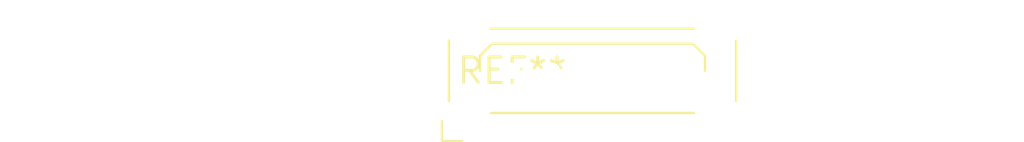
<source format=kicad_pcb>
(kicad_pcb (version 20240108) (generator pcbnew)
  (layers (0 "F.Cu" signal) (31 "B.Cu" signal) (34 "B.Paste" user) (35 "F.Paste" user) (36 "B.SilkS" user "B.Silkscreen") (37 "F.SilkS" user "F.Silkscreen") (38 "B.Mask" user) (39 "F.Mask" user) (44 "Edge.Cuts" user))
  (net 0 "")
  (footprint "Harwin_LTek-Male_05_P2.00mm_Vertical_StrainRelief" (layer "F.Cu") (at 0 0)
    (property "Reference" "REF**")
    (property "Value" "Harwin_LTek-Male_05_P2.00mm_Vertical_StrainRelief")
    (fp_line (start -3.5 2.5) (end -3.5 3.5) (layer "F.SilkS") (stroke (width 0.12)))
    (fp_line (start -3.5 3.5) (end -2.5 3.5) (layer "F.SilkS") (stroke (width 0.12)))
    (fp_line (start -3.15 -1.5) (end -3.15 1.5) (layer "F.SilkS") (stroke (width 0.12)))
    (fp_line (start -1.6 -0.75) (end -1 -1.35) (layer "F.SilkS") (stroke (width 0.12)))
    (fp_line (start -1.6 0) (end -1.6 -0.75) (layer "F.SilkS") (stroke (width 0.12)))
    (fp_line (start -1.05 -2.1) (end 9.05 -2.1) (layer "F.SilkS") (stroke (width 0.12)))
    (fp_line (start -1.05 2.1) (end 9.05 2.1) (layer "F.SilkS") (stroke (width 0.12)))
    (fp_line (start -1 -1.35) (end 4 -1.35) (layer "F.SilkS") (stroke (width 0.12)))
    (fp_line (start 9 -1.35) (end 4 -1.35) (layer "F.SilkS") (stroke (width 0.12)))
    (fp_line (start 9.6 -0.75) (end 9 -1.35) (layer "F.SilkS") (stroke (width 0.12)))
    (fp_line (start 9.6 0) (end 9.6 -0.75) (layer "F.SilkS") (stroke (width 0.12)))
    (fp_line (start 11.15 -1.5) (end 11.15 1.5) (layer "F.SilkS") (stroke (width 0.12)))
    (pad "" thru_hole circle (at -2.25 -2.375) (size 1.25 1.25) (drill 0.95) (layers *.Cu *.Mask) (remove_unused_layers))
    (pad "" thru_hole circle (at -2.25 2.375) (size 1.25 1.25) (drill 0.95) (layers *.Cu *.Mask) (remove_unused_layers))
    (pad "" thru_hole circle (at 10.25 -2.375) (size 1.25 1.25) (drill 0.95) (layers *.Cu *.Mask) (remove_unused_layers))
    (pad "" thru_hole circle (at 10.25 2.375) (size 1.25 1.25) (drill 0.95) (layers *.Cu *.Mask) (remove_unused_layers))
    (pad "1" thru_hole rect (at 0 0) (size 1.35 1.35) (drill 0.8) (layers *.Cu *.Mask) (remove_unused_layers))
    (pad "2" thru_hole circle (at 2 0) (size 1.35 1.35) (drill 0.8) (layers *.Cu *.Mask) (remove_unused_layers))
    (pad "3" thru_hole circle (at 4 0) (size 1.35 1.35) (drill 0.8) (layers *.Cu *.Mask) (remove_unused_layers))
    (pad "4" thru_hole circle (at 6 0) (size 1.35 1.35) (drill 0.8) (layers *.Cu *.Mask) (remove_unused_layers))
    (pad "5" thru_hole circle (at 8 0) (size 1.35 1.35) (drill 0.8) (layers *.Cu *.Mask) (remove_unused_layers))
  )
)
</source>
